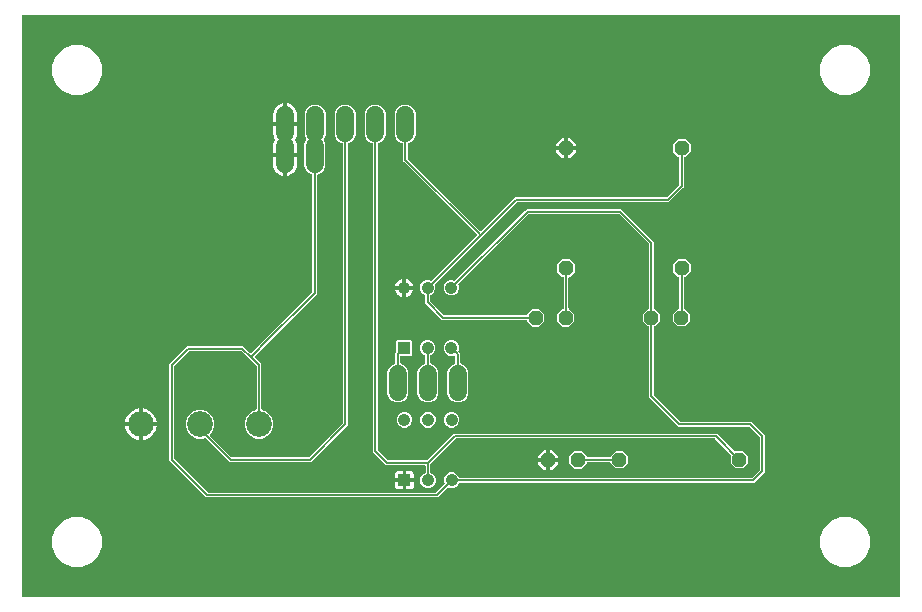
<source format=gbr>
G04 EAGLE Gerber RS-274X export*
G75*
%MOMM*%
%FSLAX34Y34*%
%LPD*%
%INBottom Copper*%
%IPPOS*%
%AMOC8*
5,1,8,0,0,1.08239X$1,22.5*%
G01*
%ADD10P,1.319650X8X22.500000*%
%ADD11P,1.319650X8X202.500000*%
%ADD12R,1.050000X1.050000*%
%ADD13C,1.050000*%
%ADD14P,1.319650X8X112.500000*%
%ADD15C,1.524000*%
%ADD16C,2.184400*%
%ADD17P,1.319650X8X292.500000*%
%ADD18C,0.152400*%

G36*
X745956Y3306D02*
X745956Y3306D01*
X745975Y3304D01*
X746077Y3326D01*
X746179Y3342D01*
X746196Y3352D01*
X746216Y3356D01*
X746305Y3409D01*
X746396Y3458D01*
X746410Y3472D01*
X746427Y3482D01*
X746494Y3561D01*
X746566Y3636D01*
X746574Y3654D01*
X746587Y3669D01*
X746626Y3765D01*
X746669Y3859D01*
X746671Y3879D01*
X746679Y3897D01*
X746697Y4064D01*
X746697Y495936D01*
X746694Y495956D01*
X746696Y495975D01*
X746674Y496077D01*
X746658Y496179D01*
X746648Y496196D01*
X746644Y496216D01*
X746591Y496305D01*
X746542Y496396D01*
X746528Y496410D01*
X746518Y496427D01*
X746439Y496494D01*
X746364Y496566D01*
X746346Y496574D01*
X746331Y496587D01*
X746235Y496626D01*
X746141Y496669D01*
X746121Y496671D01*
X746103Y496679D01*
X745936Y496697D01*
X4064Y496697D01*
X4044Y496694D01*
X4025Y496696D01*
X3923Y496674D01*
X3821Y496658D01*
X3804Y496648D01*
X3784Y496644D01*
X3695Y496591D01*
X3604Y496542D01*
X3590Y496528D01*
X3573Y496518D01*
X3506Y496439D01*
X3434Y496364D01*
X3426Y496346D01*
X3413Y496331D01*
X3374Y496235D01*
X3331Y496141D01*
X3329Y496121D01*
X3321Y496103D01*
X3303Y495936D01*
X3303Y4064D01*
X3306Y4044D01*
X3304Y4025D01*
X3326Y3923D01*
X3342Y3821D01*
X3352Y3804D01*
X3356Y3784D01*
X3409Y3695D01*
X3458Y3604D01*
X3472Y3590D01*
X3482Y3573D01*
X3561Y3506D01*
X3636Y3434D01*
X3654Y3426D01*
X3669Y3413D01*
X3765Y3374D01*
X3859Y3331D01*
X3879Y3329D01*
X3897Y3321D01*
X4064Y3303D01*
X745936Y3303D01*
X745956Y3306D01*
G37*
%LPC*%
G36*
X159158Y87967D02*
X159158Y87967D01*
X157744Y89381D01*
X129381Y117744D01*
X127967Y119158D01*
X127967Y200842D01*
X143158Y216033D01*
X190842Y216033D01*
X196462Y210413D01*
X196478Y210401D01*
X196490Y210386D01*
X196578Y210330D01*
X196661Y210269D01*
X196680Y210264D01*
X196697Y210253D01*
X196798Y210228D01*
X196897Y210197D01*
X196916Y210198D01*
X196936Y210193D01*
X197039Y210201D01*
X197142Y210203D01*
X197161Y210210D01*
X197181Y210212D01*
X197276Y210252D01*
X197373Y210288D01*
X197389Y210300D01*
X197407Y210308D01*
X197538Y210413D01*
X249044Y261919D01*
X249097Y261993D01*
X249157Y262062D01*
X249169Y262093D01*
X249188Y262119D01*
X249215Y262206D01*
X249249Y262291D01*
X249253Y262332D01*
X249260Y262354D01*
X249259Y262386D01*
X249267Y262457D01*
X249267Y360790D01*
X249248Y360905D01*
X249231Y361021D01*
X249229Y361027D01*
X249228Y361033D01*
X249173Y361135D01*
X249120Y361240D01*
X249115Y361245D01*
X249112Y361250D01*
X249028Y361330D01*
X248944Y361413D01*
X248938Y361416D01*
X248934Y361420D01*
X248917Y361427D01*
X248797Y361493D01*
X246264Y362543D01*
X243763Y365044D01*
X242409Y368312D01*
X242409Y387088D01*
X243763Y390356D01*
X243905Y390498D01*
X243973Y390593D01*
X244042Y390687D01*
X244044Y390693D01*
X244048Y390698D01*
X244082Y390809D01*
X244119Y390920D01*
X244119Y390927D01*
X244120Y390933D01*
X244117Y391049D01*
X244116Y391166D01*
X244114Y391174D01*
X244114Y391179D01*
X244108Y391196D01*
X244070Y391328D01*
X242709Y394612D01*
X242709Y413388D01*
X244063Y416656D01*
X246564Y419157D01*
X249832Y420511D01*
X253368Y420511D01*
X256636Y419157D01*
X259137Y416656D01*
X260491Y413388D01*
X260491Y394612D01*
X259137Y391344D01*
X258995Y391202D01*
X258927Y391107D01*
X258858Y391013D01*
X258856Y391007D01*
X258852Y391002D01*
X258817Y390889D01*
X258781Y390780D01*
X258781Y390773D01*
X258780Y390767D01*
X258783Y390651D01*
X258784Y390534D01*
X258786Y390526D01*
X258786Y390521D01*
X258792Y390504D01*
X258830Y390372D01*
X260191Y387088D01*
X260191Y368312D01*
X258837Y365044D01*
X256336Y362543D01*
X253803Y361493D01*
X253703Y361432D01*
X253603Y361372D01*
X253599Y361367D01*
X253594Y361364D01*
X253519Y361274D01*
X253443Y361185D01*
X253441Y361179D01*
X253437Y361174D01*
X253395Y361066D01*
X253351Y360957D01*
X253350Y360949D01*
X253349Y360945D01*
X253348Y360926D01*
X253333Y360790D01*
X253333Y260458D01*
X200413Y207538D01*
X200401Y207522D01*
X200386Y207510D01*
X200330Y207422D01*
X200269Y207339D01*
X200264Y207320D01*
X200253Y207303D01*
X200228Y207202D01*
X200197Y207103D01*
X200198Y207084D01*
X200193Y207064D01*
X200201Y206961D01*
X200203Y206858D01*
X200210Y206839D01*
X200212Y206819D01*
X200252Y206724D01*
X200288Y206627D01*
X200300Y206611D01*
X200308Y206593D01*
X200413Y206462D01*
X206033Y200842D01*
X206033Y162864D01*
X206052Y162749D01*
X206069Y162633D01*
X206071Y162627D01*
X206072Y162621D01*
X206127Y162519D01*
X206180Y162414D01*
X206185Y162409D01*
X206188Y162404D01*
X206272Y162324D01*
X206356Y162242D01*
X206362Y162238D01*
X206366Y162234D01*
X206383Y162227D01*
X206503Y162161D01*
X210907Y160336D01*
X214336Y156907D01*
X216193Y152425D01*
X216193Y147575D01*
X214336Y143093D01*
X210907Y139664D01*
X206425Y137807D01*
X201575Y137807D01*
X197093Y139664D01*
X193664Y143093D01*
X191807Y147575D01*
X191807Y152425D01*
X193664Y156907D01*
X197093Y160336D01*
X201497Y162161D01*
X201597Y162222D01*
X201697Y162282D01*
X201701Y162287D01*
X201706Y162290D01*
X201781Y162380D01*
X201857Y162469D01*
X201859Y162475D01*
X201863Y162480D01*
X201905Y162588D01*
X201949Y162697D01*
X201950Y162705D01*
X201951Y162709D01*
X201952Y162728D01*
X201967Y162864D01*
X201967Y198843D01*
X201953Y198933D01*
X201945Y199024D01*
X201933Y199053D01*
X201928Y199085D01*
X201885Y199166D01*
X201849Y199250D01*
X201823Y199282D01*
X201812Y199303D01*
X201789Y199325D01*
X201744Y199381D01*
X189381Y211744D01*
X189307Y211797D01*
X189238Y211857D01*
X189207Y211869D01*
X189181Y211888D01*
X189094Y211915D01*
X189009Y211949D01*
X188968Y211953D01*
X188946Y211960D01*
X188914Y211959D01*
X188843Y211967D01*
X145157Y211967D01*
X145067Y211953D01*
X144976Y211945D01*
X144947Y211933D01*
X144915Y211928D01*
X144834Y211885D01*
X144750Y211849D01*
X144718Y211823D01*
X144697Y211812D01*
X144675Y211789D01*
X144619Y211744D01*
X132256Y199381D01*
X132203Y199307D01*
X132143Y199238D01*
X132131Y199207D01*
X132112Y199181D01*
X132085Y199094D01*
X132051Y199009D01*
X132047Y198968D01*
X132040Y198946D01*
X132041Y198914D01*
X132033Y198843D01*
X132033Y121157D01*
X132047Y121067D01*
X132055Y120976D01*
X132067Y120947D01*
X132072Y120915D01*
X132115Y120834D01*
X132151Y120750D01*
X132177Y120718D01*
X132188Y120697D01*
X132211Y120675D01*
X132256Y120619D01*
X160619Y92256D01*
X160693Y92203D01*
X160762Y92143D01*
X160793Y92131D01*
X160819Y92112D01*
X160906Y92085D01*
X160991Y92051D01*
X161032Y92047D01*
X161054Y92040D01*
X161086Y92041D01*
X161157Y92033D01*
X353343Y92033D01*
X353433Y92047D01*
X353524Y92055D01*
X353553Y92067D01*
X353585Y92072D01*
X353666Y92115D01*
X353750Y92151D01*
X353782Y92177D01*
X353803Y92188D01*
X353825Y92211D01*
X353881Y92256D01*
X360908Y99282D01*
X360976Y99378D01*
X361046Y99471D01*
X361047Y99477D01*
X361051Y99482D01*
X361086Y99594D01*
X361122Y99705D01*
X361122Y99711D01*
X361124Y99717D01*
X361120Y99834D01*
X361119Y99951D01*
X361117Y99958D01*
X361117Y99963D01*
X361111Y99980D01*
X361073Y100112D01*
X360579Y101303D01*
X360579Y103897D01*
X361572Y106294D01*
X363406Y108128D01*
X365803Y109121D01*
X368397Y109121D01*
X370794Y108128D01*
X372628Y106294D01*
X373121Y105103D01*
X373183Y105003D01*
X373243Y104903D01*
X373248Y104899D01*
X373251Y104894D01*
X373342Y104819D01*
X373430Y104743D01*
X373436Y104741D01*
X373440Y104737D01*
X373549Y104695D01*
X373658Y104651D01*
X373665Y104650D01*
X373670Y104649D01*
X373688Y104648D01*
X373825Y104633D01*
X621443Y104633D01*
X621533Y104647D01*
X621624Y104655D01*
X621653Y104667D01*
X621685Y104672D01*
X621766Y104715D01*
X621850Y104751D01*
X621882Y104777D01*
X621903Y104788D01*
X621925Y104811D01*
X621981Y104856D01*
X627744Y110619D01*
X627797Y110693D01*
X627857Y110762D01*
X627869Y110793D01*
X627888Y110819D01*
X627915Y110906D01*
X627949Y110991D01*
X627953Y111032D01*
X627960Y111054D01*
X627959Y111086D01*
X627967Y111157D01*
X627967Y138843D01*
X627953Y138933D01*
X627945Y139024D01*
X627933Y139053D01*
X627928Y139085D01*
X627885Y139166D01*
X627849Y139250D01*
X627823Y139282D01*
X627812Y139303D01*
X627789Y139325D01*
X627744Y139381D01*
X619381Y147744D01*
X619307Y147797D01*
X619238Y147857D01*
X619207Y147869D01*
X619181Y147888D01*
X619094Y147915D01*
X619009Y147949D01*
X618968Y147953D01*
X618946Y147960D01*
X618914Y147959D01*
X618843Y147967D01*
X559158Y147967D01*
X534267Y172858D01*
X534267Y232072D01*
X534264Y232092D01*
X534266Y232111D01*
X534244Y232213D01*
X534228Y232315D01*
X534218Y232332D01*
X534214Y232352D01*
X534161Y232441D01*
X534112Y232532D01*
X534098Y232546D01*
X534088Y232563D01*
X534009Y232630D01*
X533934Y232702D01*
X533916Y232710D01*
X533901Y232723D01*
X533805Y232762D01*
X533711Y232805D01*
X533691Y232807D01*
X533673Y232815D01*
X533506Y232833D01*
X533249Y232833D01*
X528933Y237149D01*
X528933Y243251D01*
X533249Y247567D01*
X533506Y247567D01*
X533526Y247570D01*
X533545Y247568D01*
X533647Y247590D01*
X533749Y247606D01*
X533766Y247616D01*
X533786Y247620D01*
X533875Y247673D01*
X533966Y247722D01*
X533980Y247736D01*
X533997Y247746D01*
X534064Y247825D01*
X534136Y247900D01*
X534144Y247918D01*
X534157Y247933D01*
X534196Y248029D01*
X534239Y248123D01*
X534241Y248143D01*
X534249Y248161D01*
X534267Y248328D01*
X534267Y302543D01*
X534253Y302633D01*
X534245Y302724D01*
X534233Y302753D01*
X534228Y302785D01*
X534185Y302866D01*
X534149Y302950D01*
X534123Y302982D01*
X534112Y303003D01*
X534089Y303025D01*
X534044Y303081D01*
X509381Y327744D01*
X509307Y327797D01*
X509238Y327857D01*
X509207Y327869D01*
X509181Y327888D01*
X509094Y327915D01*
X509009Y327949D01*
X508968Y327953D01*
X508946Y327960D01*
X508914Y327959D01*
X508843Y327967D01*
X432557Y327967D01*
X432467Y327953D01*
X432376Y327945D01*
X432347Y327933D01*
X432315Y327928D01*
X432234Y327885D01*
X432150Y327849D01*
X432118Y327823D01*
X432097Y327812D01*
X432075Y327789D01*
X432019Y327744D01*
X373092Y268818D01*
X373024Y268723D01*
X372954Y268629D01*
X372952Y268623D01*
X372949Y268618D01*
X372915Y268507D01*
X372878Y268395D01*
X372878Y268389D01*
X372876Y268383D01*
X372880Y268266D01*
X372881Y268149D01*
X372883Y268142D01*
X372883Y268137D01*
X372889Y268119D01*
X372927Y267988D01*
X373421Y266797D01*
X373421Y264203D01*
X372428Y261806D01*
X370594Y259972D01*
X368197Y258979D01*
X365603Y258979D01*
X363206Y259972D01*
X361372Y261806D01*
X360379Y264203D01*
X360379Y266797D01*
X361372Y269194D01*
X363206Y271028D01*
X365603Y272021D01*
X368197Y272021D01*
X369388Y271527D01*
X369502Y271501D01*
X369615Y271472D01*
X369621Y271473D01*
X369628Y271471D01*
X369744Y271482D01*
X369860Y271491D01*
X369866Y271494D01*
X369872Y271494D01*
X369980Y271542D01*
X370087Y271588D01*
X370092Y271592D01*
X370097Y271594D01*
X370111Y271607D01*
X370218Y271692D01*
X429144Y330619D01*
X430558Y332033D01*
X510842Y332033D01*
X538333Y304542D01*
X538333Y248328D01*
X538336Y248308D01*
X538334Y248289D01*
X538356Y248187D01*
X538372Y248085D01*
X538382Y248068D01*
X538386Y248048D01*
X538439Y247959D01*
X538488Y247868D01*
X538502Y247854D01*
X538512Y247837D01*
X538591Y247770D01*
X538666Y247698D01*
X538684Y247690D01*
X538699Y247677D01*
X538795Y247638D01*
X538889Y247595D01*
X538909Y247593D01*
X538927Y247585D01*
X539094Y247567D01*
X539351Y247567D01*
X543667Y243251D01*
X543667Y237149D01*
X539351Y232833D01*
X539094Y232833D01*
X539074Y232830D01*
X539055Y232832D01*
X538953Y232810D01*
X538851Y232794D01*
X538834Y232784D01*
X538814Y232780D01*
X538725Y232727D01*
X538634Y232678D01*
X538620Y232664D01*
X538603Y232654D01*
X538536Y232575D01*
X538464Y232500D01*
X538456Y232482D01*
X538443Y232467D01*
X538404Y232371D01*
X538361Y232277D01*
X538359Y232257D01*
X538351Y232239D01*
X538333Y232072D01*
X538333Y174857D01*
X538347Y174767D01*
X538355Y174676D01*
X538367Y174647D01*
X538372Y174615D01*
X538415Y174534D01*
X538451Y174450D01*
X538477Y174418D01*
X538488Y174397D01*
X538511Y174375D01*
X538556Y174319D01*
X560619Y152256D01*
X560693Y152203D01*
X560762Y152143D01*
X560793Y152131D01*
X560819Y152112D01*
X560906Y152085D01*
X560991Y152051D01*
X561032Y152047D01*
X561054Y152040D01*
X561086Y152041D01*
X561157Y152033D01*
X620842Y152033D01*
X632033Y140842D01*
X632033Y109158D01*
X623442Y100567D01*
X373825Y100567D01*
X373710Y100548D01*
X373594Y100531D01*
X373588Y100529D01*
X373582Y100528D01*
X373479Y100473D01*
X373374Y100420D01*
X373370Y100415D01*
X373365Y100412D01*
X373285Y100328D01*
X373202Y100244D01*
X373199Y100238D01*
X373195Y100234D01*
X373187Y100217D01*
X373121Y100097D01*
X372628Y98906D01*
X370794Y97072D01*
X368397Y96079D01*
X365803Y96079D01*
X364612Y96573D01*
X364498Y96599D01*
X364385Y96628D01*
X364379Y96627D01*
X364372Y96629D01*
X364256Y96618D01*
X364140Y96609D01*
X364134Y96606D01*
X364128Y96606D01*
X364020Y96558D01*
X363913Y96512D01*
X363908Y96508D01*
X363903Y96506D01*
X363889Y96493D01*
X363782Y96408D01*
X356756Y89381D01*
X355342Y87967D01*
X159158Y87967D01*
G37*
%LPD*%
%LPC*%
G36*
X345803Y96079D02*
X345803Y96079D01*
X343406Y97072D01*
X341572Y98906D01*
X340579Y101303D01*
X340579Y103897D01*
X341572Y106294D01*
X343406Y108128D01*
X344597Y108621D01*
X344697Y108683D01*
X344797Y108743D01*
X344801Y108748D01*
X344806Y108751D01*
X344881Y108842D01*
X344957Y108930D01*
X344959Y108936D01*
X344963Y108940D01*
X345005Y109049D01*
X345049Y109158D01*
X345050Y109165D01*
X345051Y109170D01*
X345052Y109188D01*
X345067Y109325D01*
X345067Y114606D01*
X345064Y114626D01*
X345066Y114645D01*
X345044Y114747D01*
X345028Y114849D01*
X345018Y114866D01*
X345014Y114886D01*
X344961Y114975D01*
X344912Y115066D01*
X344898Y115080D01*
X344888Y115097D01*
X344809Y115164D01*
X344734Y115236D01*
X344716Y115244D01*
X344701Y115257D01*
X344605Y115296D01*
X344511Y115339D01*
X344491Y115341D01*
X344473Y115349D01*
X344306Y115367D01*
X311758Y115367D01*
X300367Y126758D01*
X300367Y387090D01*
X300348Y387205D01*
X300331Y387321D01*
X300329Y387327D01*
X300328Y387333D01*
X300273Y387435D01*
X300220Y387540D01*
X300215Y387545D01*
X300212Y387550D01*
X300128Y387630D01*
X300044Y387713D01*
X300038Y387716D01*
X300034Y387720D01*
X300017Y387727D01*
X299897Y387793D01*
X297364Y388843D01*
X294863Y391344D01*
X293509Y394612D01*
X293509Y413388D01*
X294863Y416656D01*
X297364Y419157D01*
X300632Y420511D01*
X304168Y420511D01*
X307436Y419157D01*
X309937Y416656D01*
X311291Y413388D01*
X311291Y394612D01*
X309937Y391344D01*
X307436Y388843D01*
X304903Y387793D01*
X304803Y387732D01*
X304703Y387672D01*
X304699Y387667D01*
X304694Y387664D01*
X304619Y387574D01*
X304543Y387485D01*
X304541Y387479D01*
X304537Y387474D01*
X304495Y387366D01*
X304451Y387257D01*
X304450Y387249D01*
X304449Y387245D01*
X304448Y387226D01*
X304433Y387090D01*
X304433Y128757D01*
X304447Y128667D01*
X304455Y128576D01*
X304467Y128547D01*
X304472Y128515D01*
X304515Y128434D01*
X304551Y128350D01*
X304577Y128318D01*
X304588Y128297D01*
X304611Y128275D01*
X304656Y128219D01*
X313219Y119656D01*
X313293Y119603D01*
X313362Y119543D01*
X313393Y119531D01*
X313419Y119512D01*
X313506Y119485D01*
X313591Y119451D01*
X313632Y119447D01*
X313654Y119440D01*
X313686Y119441D01*
X313757Y119433D01*
X345943Y119433D01*
X346033Y119447D01*
X346124Y119455D01*
X346153Y119467D01*
X346185Y119472D01*
X346266Y119515D01*
X346350Y119551D01*
X346382Y119577D01*
X346403Y119588D01*
X346425Y119611D01*
X346481Y119656D01*
X367444Y140619D01*
X368858Y142033D01*
X591642Y142033D01*
X593056Y140619D01*
X606490Y127185D01*
X606506Y127173D01*
X606519Y127158D01*
X606606Y127101D01*
X606690Y127041D01*
X606709Y127035D01*
X606726Y127025D01*
X606826Y126999D01*
X606925Y126969D01*
X606945Y126969D01*
X606964Y126964D01*
X607067Y126972D01*
X607171Y126975D01*
X607189Y126982D01*
X607209Y126984D01*
X607304Y127024D01*
X607402Y127060D01*
X607417Y127072D01*
X607436Y127080D01*
X607567Y127185D01*
X607749Y127367D01*
X613851Y127367D01*
X618167Y123051D01*
X618167Y116949D01*
X613851Y112633D01*
X607749Y112633D01*
X603433Y116949D01*
X603433Y123051D01*
X603615Y123233D01*
X603627Y123250D01*
X603642Y123262D01*
X603699Y123349D01*
X603759Y123433D01*
X603765Y123452D01*
X603775Y123469D01*
X603801Y123569D01*
X603831Y123668D01*
X603831Y123688D01*
X603836Y123707D01*
X603828Y123810D01*
X603825Y123914D01*
X603818Y123933D01*
X603816Y123953D01*
X603776Y124047D01*
X603740Y124145D01*
X603728Y124161D01*
X603720Y124179D01*
X603615Y124310D01*
X590181Y137744D01*
X590107Y137797D01*
X590038Y137857D01*
X590007Y137869D01*
X589981Y137888D01*
X589894Y137915D01*
X589809Y137949D01*
X589768Y137953D01*
X589746Y137960D01*
X589714Y137959D01*
X589643Y137967D01*
X370857Y137967D01*
X370767Y137953D01*
X370676Y137945D01*
X370647Y137933D01*
X370615Y137928D01*
X370534Y137885D01*
X370450Y137849D01*
X370418Y137823D01*
X370397Y137812D01*
X370375Y137789D01*
X370319Y137744D01*
X349356Y116781D01*
X349303Y116707D01*
X349243Y116638D01*
X349231Y116607D01*
X349212Y116581D01*
X349185Y116494D01*
X349151Y116409D01*
X349147Y116368D01*
X349140Y116346D01*
X349141Y116314D01*
X349133Y116243D01*
X349133Y109325D01*
X349152Y109210D01*
X349169Y109094D01*
X349171Y109088D01*
X349172Y109082D01*
X349227Y108979D01*
X349280Y108874D01*
X349285Y108870D01*
X349288Y108865D01*
X349372Y108785D01*
X349456Y108702D01*
X349462Y108699D01*
X349466Y108695D01*
X349483Y108687D01*
X349603Y108621D01*
X350794Y108128D01*
X352628Y106294D01*
X353621Y103897D01*
X353621Y101303D01*
X352628Y98906D01*
X350794Y97072D01*
X348397Y96079D01*
X345803Y96079D01*
G37*
%LPD*%
%LPC*%
G36*
X435149Y232633D02*
X435149Y232633D01*
X430833Y236949D01*
X430833Y237206D01*
X430830Y237226D01*
X430832Y237245D01*
X430810Y237347D01*
X430794Y237449D01*
X430784Y237466D01*
X430780Y237486D01*
X430727Y237575D01*
X430678Y237666D01*
X430664Y237680D01*
X430654Y237697D01*
X430575Y237764D01*
X430500Y237836D01*
X430482Y237844D01*
X430467Y237857D01*
X430371Y237896D01*
X430277Y237939D01*
X430257Y237941D01*
X430239Y237949D01*
X430072Y237967D01*
X359158Y237967D01*
X344867Y252258D01*
X344867Y258775D01*
X344848Y258890D01*
X344831Y259006D01*
X344829Y259012D01*
X344828Y259018D01*
X344773Y259121D01*
X344720Y259226D01*
X344715Y259230D01*
X344712Y259235D01*
X344628Y259315D01*
X344544Y259398D01*
X344538Y259401D01*
X344534Y259405D01*
X344517Y259413D01*
X344397Y259479D01*
X343206Y259972D01*
X341372Y261806D01*
X340379Y264203D01*
X340379Y266797D01*
X341372Y269194D01*
X343206Y271028D01*
X345603Y272021D01*
X348197Y272021D01*
X349388Y271527D01*
X349502Y271501D01*
X349615Y271472D01*
X349621Y271473D01*
X349628Y271471D01*
X349744Y271482D01*
X349860Y271491D01*
X349866Y271494D01*
X349872Y271494D01*
X349980Y271542D01*
X350087Y271588D01*
X350093Y271592D01*
X350097Y271594D01*
X350111Y271607D01*
X350218Y271692D01*
X388187Y309662D01*
X388199Y309678D01*
X388214Y309690D01*
X388270Y309778D01*
X388331Y309861D01*
X388336Y309880D01*
X388347Y309897D01*
X388372Y309998D01*
X388403Y310097D01*
X388402Y310116D01*
X388407Y310136D01*
X388399Y310239D01*
X388397Y310342D01*
X388390Y310361D01*
X388388Y310381D01*
X388348Y310476D01*
X388312Y310573D01*
X388300Y310589D01*
X388292Y310607D01*
X388187Y310738D01*
X325767Y373158D01*
X325767Y387090D01*
X325748Y387205D01*
X325731Y387321D01*
X325729Y387327D01*
X325728Y387333D01*
X325673Y387435D01*
X325620Y387540D01*
X325615Y387545D01*
X325612Y387550D01*
X325528Y387630D01*
X325444Y387713D01*
X325438Y387716D01*
X325434Y387720D01*
X325417Y387727D01*
X325297Y387793D01*
X322764Y388843D01*
X320263Y391344D01*
X318909Y394612D01*
X318909Y413388D01*
X320263Y416656D01*
X322764Y419157D01*
X326032Y420511D01*
X329568Y420511D01*
X332836Y419157D01*
X335337Y416656D01*
X336691Y413388D01*
X336691Y394612D01*
X335337Y391344D01*
X332836Y388843D01*
X330303Y387793D01*
X330203Y387732D01*
X330103Y387672D01*
X330099Y387667D01*
X330094Y387664D01*
X330019Y387574D01*
X329943Y387485D01*
X329941Y387479D01*
X329937Y387474D01*
X329895Y387366D01*
X329851Y387257D01*
X329850Y387249D01*
X329849Y387245D01*
X329848Y387226D01*
X329833Y387090D01*
X329833Y375157D01*
X329847Y375067D01*
X329855Y374976D01*
X329867Y374947D01*
X329872Y374915D01*
X329915Y374834D01*
X329951Y374750D01*
X329977Y374718D01*
X329988Y374697D01*
X330011Y374675D01*
X330056Y374619D01*
X391062Y313613D01*
X391078Y313601D01*
X391090Y313586D01*
X391178Y313530D01*
X391261Y313469D01*
X391280Y313464D01*
X391297Y313453D01*
X391398Y313428D01*
X391497Y313397D01*
X391516Y313398D01*
X391536Y313393D01*
X391639Y313401D01*
X391742Y313403D01*
X391761Y313410D01*
X391781Y313412D01*
X391876Y313452D01*
X391973Y313488D01*
X391989Y313500D01*
X392007Y313508D01*
X392138Y313613D01*
X420558Y342033D01*
X548843Y342033D01*
X548933Y342047D01*
X549024Y342055D01*
X549053Y342067D01*
X549085Y342072D01*
X549166Y342115D01*
X549250Y342151D01*
X549282Y342177D01*
X549303Y342188D01*
X549325Y342211D01*
X549328Y342213D01*
X549329Y342214D01*
X549331Y342215D01*
X549381Y342256D01*
X559744Y352619D01*
X559797Y352693D01*
X559857Y352762D01*
X559869Y352793D01*
X559888Y352819D01*
X559915Y352906D01*
X559949Y352991D01*
X559953Y353032D01*
X559960Y353054D01*
X559959Y353086D01*
X559967Y353157D01*
X559967Y375672D01*
X559964Y375692D01*
X559966Y375711D01*
X559944Y375813D01*
X559928Y375915D01*
X559918Y375932D01*
X559914Y375952D01*
X559861Y376041D01*
X559812Y376132D01*
X559798Y376146D01*
X559788Y376163D01*
X559709Y376230D01*
X559634Y376302D01*
X559616Y376310D01*
X559601Y376323D01*
X559505Y376362D01*
X559411Y376405D01*
X559391Y376407D01*
X559373Y376415D01*
X559206Y376433D01*
X558949Y376433D01*
X554633Y380749D01*
X554633Y386851D01*
X558949Y391167D01*
X565051Y391167D01*
X569367Y386851D01*
X569367Y380749D01*
X565051Y376433D01*
X564794Y376433D01*
X564774Y376430D01*
X564755Y376432D01*
X564653Y376410D01*
X564551Y376394D01*
X564534Y376384D01*
X564514Y376380D01*
X564425Y376327D01*
X564334Y376278D01*
X564320Y376264D01*
X564303Y376254D01*
X564236Y376175D01*
X564164Y376100D01*
X564156Y376082D01*
X564143Y376067D01*
X564104Y375971D01*
X564061Y375877D01*
X564059Y375857D01*
X564051Y375839D01*
X564033Y375672D01*
X564033Y351158D01*
X562619Y349744D01*
X552256Y339381D01*
X550842Y337967D01*
X422557Y337967D01*
X422467Y337953D01*
X422376Y337945D01*
X422347Y337933D01*
X422315Y337928D01*
X422234Y337885D01*
X422150Y337849D01*
X422118Y337823D01*
X422097Y337812D01*
X422075Y337789D01*
X422019Y337744D01*
X353092Y268818D01*
X353025Y268724D01*
X352954Y268629D01*
X352953Y268623D01*
X352949Y268618D01*
X352915Y268507D01*
X352878Y268395D01*
X352878Y268389D01*
X352877Y268383D01*
X352880Y268266D01*
X352881Y268149D01*
X352883Y268142D01*
X352883Y268137D01*
X352889Y268119D01*
X352927Y267988D01*
X353421Y266797D01*
X353421Y264203D01*
X352428Y261806D01*
X350594Y259972D01*
X349403Y259479D01*
X349303Y259417D01*
X349203Y259357D01*
X349199Y259352D01*
X349194Y259349D01*
X349119Y259258D01*
X349043Y259170D01*
X349041Y259164D01*
X349037Y259160D01*
X348995Y259051D01*
X348951Y258942D01*
X348950Y258935D01*
X348949Y258930D01*
X348948Y258912D01*
X348933Y258775D01*
X348933Y254257D01*
X348947Y254167D01*
X348955Y254076D01*
X348967Y254047D01*
X348972Y254015D01*
X349015Y253934D01*
X349051Y253850D01*
X349077Y253818D01*
X349088Y253797D01*
X349111Y253775D01*
X349156Y253719D01*
X360619Y242256D01*
X360693Y242203D01*
X360762Y242143D01*
X360793Y242131D01*
X360819Y242112D01*
X360906Y242085D01*
X360991Y242051D01*
X361032Y242047D01*
X361054Y242040D01*
X361086Y242041D01*
X361157Y242033D01*
X430072Y242033D01*
X430092Y242036D01*
X430111Y242034D01*
X430213Y242056D01*
X430315Y242072D01*
X430332Y242082D01*
X430352Y242086D01*
X430441Y242139D01*
X430532Y242188D01*
X430546Y242202D01*
X430563Y242212D01*
X430630Y242291D01*
X430702Y242366D01*
X430710Y242384D01*
X430723Y242399D01*
X430762Y242495D01*
X430805Y242589D01*
X430807Y242609D01*
X430815Y242627D01*
X430833Y242794D01*
X430833Y243051D01*
X435149Y247367D01*
X441251Y247367D01*
X445567Y243051D01*
X445567Y236949D01*
X441251Y232633D01*
X435149Y232633D01*
G37*
%LPD*%
%LPC*%
G36*
X179158Y117967D02*
X179158Y117967D01*
X158830Y138295D01*
X158736Y138363D01*
X158642Y138433D01*
X158636Y138435D01*
X158631Y138438D01*
X158520Y138473D01*
X158408Y138509D01*
X158402Y138509D01*
X158396Y138511D01*
X158279Y138508D01*
X158162Y138507D01*
X158155Y138505D01*
X158150Y138504D01*
X158132Y138498D01*
X158001Y138460D01*
X156425Y137807D01*
X151575Y137807D01*
X147093Y139664D01*
X143664Y143093D01*
X141807Y147575D01*
X141807Y152425D01*
X143664Y156907D01*
X147093Y160336D01*
X151575Y162193D01*
X156425Y162193D01*
X160907Y160336D01*
X164336Y156907D01*
X166193Y152425D01*
X166193Y147575D01*
X164336Y143093D01*
X162597Y141354D01*
X162586Y141338D01*
X162570Y141325D01*
X162514Y141238D01*
X162454Y141154D01*
X162448Y141135D01*
X162437Y141119D01*
X162412Y141018D01*
X162381Y140919D01*
X162382Y140899D01*
X162377Y140880D01*
X162385Y140777D01*
X162388Y140673D01*
X162395Y140655D01*
X162396Y140635D01*
X162436Y140540D01*
X162472Y140442D01*
X162485Y140427D01*
X162492Y140408D01*
X162597Y140278D01*
X180619Y122256D01*
X180693Y122203D01*
X180762Y122143D01*
X180793Y122131D01*
X180819Y122112D01*
X180906Y122085D01*
X180991Y122051D01*
X181032Y122047D01*
X181054Y122040D01*
X181086Y122041D01*
X181157Y122033D01*
X245843Y122033D01*
X245933Y122047D01*
X246024Y122055D01*
X246053Y122067D01*
X246085Y122072D01*
X246166Y122115D01*
X246250Y122151D01*
X246282Y122177D01*
X246303Y122188D01*
X246325Y122211D01*
X246328Y122213D01*
X246330Y122215D01*
X246381Y122256D01*
X274744Y150619D01*
X274797Y150693D01*
X274857Y150762D01*
X274869Y150793D01*
X274888Y150819D01*
X274915Y150906D01*
X274949Y150991D01*
X274953Y151032D01*
X274960Y151054D01*
X274959Y151086D01*
X274967Y151157D01*
X274967Y387090D01*
X274948Y387205D01*
X274931Y387321D01*
X274929Y387327D01*
X274928Y387333D01*
X274873Y387435D01*
X274820Y387540D01*
X274815Y387545D01*
X274812Y387550D01*
X274728Y387630D01*
X274644Y387713D01*
X274638Y387716D01*
X274634Y387720D01*
X274617Y387727D01*
X274497Y387793D01*
X271964Y388843D01*
X269463Y391344D01*
X268109Y394612D01*
X268109Y413388D01*
X269463Y416656D01*
X271964Y419157D01*
X275232Y420511D01*
X278768Y420511D01*
X282036Y419157D01*
X284537Y416656D01*
X285891Y413388D01*
X285891Y394612D01*
X284537Y391344D01*
X282036Y388843D01*
X279503Y387793D01*
X279403Y387732D01*
X279303Y387672D01*
X279299Y387667D01*
X279294Y387664D01*
X279219Y387574D01*
X279143Y387485D01*
X279141Y387479D01*
X279137Y387474D01*
X279095Y387366D01*
X279051Y387257D01*
X279050Y387249D01*
X279049Y387245D01*
X279048Y387226D01*
X279033Y387090D01*
X279033Y149158D01*
X247842Y117967D01*
X179158Y117967D01*
G37*
%LPD*%
%LPC*%
G36*
X695816Y428967D02*
X695816Y428967D01*
X688086Y432169D01*
X682169Y438086D01*
X678967Y445816D01*
X678967Y454184D01*
X682169Y461914D01*
X688086Y467831D01*
X695816Y471033D01*
X704184Y471033D01*
X711914Y467831D01*
X717831Y461914D01*
X721033Y454184D01*
X721033Y445816D01*
X717831Y438086D01*
X711914Y432169D01*
X704184Y428967D01*
X695816Y428967D01*
G37*
%LPD*%
%LPC*%
G36*
X45816Y428967D02*
X45816Y428967D01*
X38086Y432169D01*
X32169Y438086D01*
X28967Y445816D01*
X28967Y454184D01*
X32169Y461914D01*
X38086Y467831D01*
X45816Y471033D01*
X54184Y471033D01*
X61914Y467831D01*
X67831Y461914D01*
X71033Y454184D01*
X71033Y445816D01*
X67831Y438086D01*
X61914Y432169D01*
X54184Y428967D01*
X45816Y428967D01*
G37*
%LPD*%
%LPC*%
G36*
X695816Y28967D02*
X695816Y28967D01*
X688086Y32169D01*
X682169Y38086D01*
X678967Y45816D01*
X678967Y54184D01*
X682169Y61914D01*
X688086Y67831D01*
X695816Y71033D01*
X704184Y71033D01*
X711914Y67831D01*
X717831Y61914D01*
X721033Y54184D01*
X721033Y45816D01*
X717831Y38086D01*
X711914Y32169D01*
X704184Y28967D01*
X695816Y28967D01*
G37*
%LPD*%
%LPC*%
G36*
X45816Y28967D02*
X45816Y28967D01*
X38086Y32169D01*
X32169Y38086D01*
X28967Y45816D01*
X28967Y54184D01*
X32169Y61914D01*
X38086Y67831D01*
X45816Y71033D01*
X54184Y71033D01*
X61914Y67831D01*
X67831Y61914D01*
X71033Y54184D01*
X71033Y45816D01*
X67831Y38086D01*
X61914Y32169D01*
X54184Y28967D01*
X45816Y28967D01*
G37*
%LPD*%
%LPC*%
G36*
X319832Y168489D02*
X319832Y168489D01*
X316564Y169843D01*
X314063Y172344D01*
X312709Y175612D01*
X312709Y194388D01*
X314063Y197656D01*
X316564Y200157D01*
X319097Y201207D01*
X319197Y201268D01*
X319297Y201328D01*
X319301Y201333D01*
X319306Y201336D01*
X319381Y201426D01*
X319457Y201515D01*
X319459Y201521D01*
X319463Y201526D01*
X319505Y201634D01*
X319549Y201743D01*
X319550Y201751D01*
X319551Y201755D01*
X319552Y201774D01*
X319567Y201910D01*
X319567Y210042D01*
X320156Y210631D01*
X320209Y210705D01*
X320269Y210774D01*
X320281Y210805D01*
X320300Y210831D01*
X320327Y210918D01*
X320361Y211003D01*
X320365Y211044D01*
X320372Y211066D01*
X320371Y211098D01*
X320379Y211169D01*
X320379Y220276D01*
X321124Y221021D01*
X332676Y221021D01*
X333421Y220276D01*
X333421Y208724D01*
X332676Y207979D01*
X324394Y207979D01*
X324374Y207976D01*
X324355Y207978D01*
X324253Y207956D01*
X324151Y207940D01*
X324134Y207930D01*
X324114Y207926D01*
X324025Y207873D01*
X323934Y207824D01*
X323920Y207810D01*
X323903Y207800D01*
X323836Y207721D01*
X323764Y207646D01*
X323756Y207628D01*
X323743Y207613D01*
X323704Y207517D01*
X323661Y207423D01*
X323659Y207403D01*
X323651Y207385D01*
X323633Y207218D01*
X323633Y201910D01*
X323652Y201795D01*
X323669Y201679D01*
X323671Y201673D01*
X323672Y201667D01*
X323727Y201565D01*
X323780Y201460D01*
X323785Y201455D01*
X323788Y201450D01*
X323872Y201370D01*
X323956Y201287D01*
X323962Y201284D01*
X323966Y201280D01*
X323983Y201273D01*
X324103Y201207D01*
X326636Y200157D01*
X329137Y197656D01*
X330491Y194388D01*
X330491Y175612D01*
X329137Y172344D01*
X326636Y169843D01*
X323368Y168489D01*
X319832Y168489D01*
G37*
%LPD*%
%LPC*%
G36*
X370632Y168489D02*
X370632Y168489D01*
X367364Y169843D01*
X364863Y172344D01*
X363509Y175612D01*
X363509Y194388D01*
X364863Y197656D01*
X367364Y200157D01*
X369897Y201207D01*
X369997Y201268D01*
X370097Y201328D01*
X370101Y201333D01*
X370106Y201336D01*
X370181Y201426D01*
X370257Y201515D01*
X370259Y201521D01*
X370263Y201526D01*
X370305Y201634D01*
X370349Y201743D01*
X370350Y201751D01*
X370351Y201755D01*
X370352Y201774D01*
X370367Y201910D01*
X370367Y207739D01*
X370360Y207784D01*
X370362Y207830D01*
X370340Y207905D01*
X370328Y207982D01*
X370306Y208022D01*
X370293Y208066D01*
X370249Y208130D01*
X370212Y208199D01*
X370179Y208231D01*
X370153Y208268D01*
X370091Y208315D01*
X370034Y208368D01*
X369992Y208388D01*
X369956Y208415D01*
X369882Y208439D01*
X369811Y208472D01*
X369765Y208477D01*
X369722Y208491D01*
X369644Y208491D01*
X369567Y208499D01*
X369522Y208489D01*
X369476Y208489D01*
X369344Y208451D01*
X369326Y208447D01*
X369322Y208444D01*
X369315Y208442D01*
X368197Y207979D01*
X365603Y207979D01*
X363206Y208972D01*
X361372Y210806D01*
X360379Y213203D01*
X360379Y215797D01*
X361372Y218194D01*
X363206Y220028D01*
X365603Y221021D01*
X368197Y221021D01*
X370594Y220028D01*
X372428Y218194D01*
X373421Y215797D01*
X373421Y213203D01*
X372927Y212012D01*
X372901Y211898D01*
X372872Y211785D01*
X372873Y211779D01*
X372871Y211772D01*
X372882Y211656D01*
X372891Y211540D01*
X372894Y211534D01*
X372894Y211528D01*
X372942Y211420D01*
X372988Y211313D01*
X372992Y211307D01*
X372994Y211303D01*
X373007Y211289D01*
X373092Y211182D01*
X374433Y209842D01*
X374433Y201910D01*
X374452Y201795D01*
X374469Y201679D01*
X374471Y201673D01*
X374472Y201667D01*
X374527Y201565D01*
X374580Y201460D01*
X374585Y201455D01*
X374588Y201450D01*
X374672Y201370D01*
X374756Y201287D01*
X374762Y201284D01*
X374766Y201280D01*
X374783Y201273D01*
X374903Y201207D01*
X377436Y200157D01*
X379937Y197656D01*
X381291Y194388D01*
X381291Y175612D01*
X379937Y172344D01*
X377436Y169843D01*
X374168Y168489D01*
X370632Y168489D01*
G37*
%LPD*%
%LPC*%
G36*
X345232Y168489D02*
X345232Y168489D01*
X341964Y169843D01*
X339463Y172344D01*
X338109Y175612D01*
X338109Y194388D01*
X339463Y197656D01*
X341964Y200157D01*
X344497Y201207D01*
X344597Y201268D01*
X344697Y201328D01*
X344701Y201333D01*
X344706Y201336D01*
X344781Y201426D01*
X344857Y201515D01*
X344859Y201521D01*
X344863Y201526D01*
X344905Y201634D01*
X344949Y201743D01*
X344950Y201751D01*
X344951Y201755D01*
X344952Y201774D01*
X344967Y201910D01*
X344967Y207734D01*
X344948Y207849D01*
X344931Y207965D01*
X344929Y207970D01*
X344928Y207977D01*
X344873Y208079D01*
X344820Y208184D01*
X344815Y208189D01*
X344812Y208194D01*
X344728Y208274D01*
X344644Y208356D01*
X344638Y208360D01*
X344634Y208363D01*
X344617Y208371D01*
X344497Y208437D01*
X343206Y208972D01*
X341372Y210806D01*
X340379Y213203D01*
X340379Y215797D01*
X341372Y218194D01*
X343206Y220028D01*
X345603Y221021D01*
X348197Y221021D01*
X350594Y220028D01*
X352428Y218194D01*
X353421Y215797D01*
X353421Y213203D01*
X352428Y210806D01*
X350594Y208972D01*
X349503Y208520D01*
X349403Y208459D01*
X349303Y208399D01*
X349299Y208394D01*
X349294Y208390D01*
X349219Y208301D01*
X349143Y208212D01*
X349141Y208206D01*
X349137Y208201D01*
X349095Y208093D01*
X349051Y207983D01*
X349050Y207976D01*
X349049Y207971D01*
X349048Y207953D01*
X349033Y207817D01*
X349033Y201910D01*
X349052Y201795D01*
X349069Y201679D01*
X349071Y201673D01*
X349072Y201667D01*
X349127Y201565D01*
X349180Y201460D01*
X349185Y201455D01*
X349188Y201450D01*
X349272Y201370D01*
X349356Y201287D01*
X349362Y201284D01*
X349366Y201280D01*
X349383Y201273D01*
X349503Y201207D01*
X352036Y200157D01*
X354537Y197656D01*
X355891Y194388D01*
X355891Y175612D01*
X354537Y172344D01*
X352036Y169843D01*
X348768Y168489D01*
X345232Y168489D01*
G37*
%LPD*%
%LPC*%
G36*
X460549Y232633D02*
X460549Y232633D01*
X456233Y236949D01*
X456233Y243051D01*
X460549Y247367D01*
X461206Y247367D01*
X461226Y247370D01*
X461245Y247368D01*
X461347Y247390D01*
X461449Y247406D01*
X461466Y247416D01*
X461486Y247420D01*
X461575Y247473D01*
X461666Y247522D01*
X461680Y247536D01*
X461697Y247546D01*
X461764Y247625D01*
X461836Y247700D01*
X461844Y247718D01*
X461857Y247733D01*
X461896Y247829D01*
X461939Y247923D01*
X461941Y247943D01*
X461949Y247961D01*
X461967Y248128D01*
X461967Y274072D01*
X461964Y274092D01*
X461966Y274111D01*
X461944Y274213D01*
X461928Y274315D01*
X461918Y274332D01*
X461914Y274352D01*
X461861Y274441D01*
X461812Y274532D01*
X461798Y274546D01*
X461788Y274563D01*
X461709Y274630D01*
X461634Y274702D01*
X461616Y274710D01*
X461601Y274723D01*
X461505Y274762D01*
X461411Y274805D01*
X461391Y274807D01*
X461373Y274815D01*
X461206Y274833D01*
X460949Y274833D01*
X456633Y279149D01*
X456633Y285251D01*
X460949Y289567D01*
X467051Y289567D01*
X471367Y285251D01*
X471367Y279149D01*
X467051Y274833D01*
X466794Y274833D01*
X466774Y274830D01*
X466755Y274832D01*
X466653Y274810D01*
X466551Y274794D01*
X466534Y274784D01*
X466514Y274780D01*
X466425Y274727D01*
X466334Y274678D01*
X466320Y274664D01*
X466303Y274654D01*
X466236Y274575D01*
X466164Y274500D01*
X466156Y274482D01*
X466143Y274467D01*
X466104Y274371D01*
X466061Y274277D01*
X466059Y274257D01*
X466051Y274239D01*
X466033Y274072D01*
X466033Y248128D01*
X466036Y248108D01*
X466034Y248089D01*
X466056Y247987D01*
X466072Y247885D01*
X466082Y247868D01*
X466086Y247848D01*
X466139Y247759D01*
X466188Y247668D01*
X466202Y247654D01*
X466212Y247637D01*
X466291Y247570D01*
X466366Y247498D01*
X466384Y247490D01*
X466399Y247477D01*
X466495Y247438D01*
X466589Y247395D01*
X466609Y247393D01*
X466627Y247385D01*
X466634Y247384D01*
X470967Y243051D01*
X470967Y236949D01*
X466651Y232633D01*
X460549Y232633D01*
G37*
%LPD*%
%LPC*%
G36*
X558649Y232833D02*
X558649Y232833D01*
X554333Y237149D01*
X554333Y243251D01*
X558649Y247567D01*
X559206Y247567D01*
X559226Y247570D01*
X559245Y247568D01*
X559347Y247590D01*
X559449Y247606D01*
X559466Y247616D01*
X559486Y247620D01*
X559575Y247673D01*
X559666Y247722D01*
X559680Y247736D01*
X559697Y247746D01*
X559764Y247825D01*
X559836Y247900D01*
X559844Y247918D01*
X559857Y247933D01*
X559896Y248029D01*
X559939Y248123D01*
X559941Y248143D01*
X559949Y248161D01*
X559967Y248328D01*
X559967Y274072D01*
X559964Y274092D01*
X559966Y274111D01*
X559944Y274213D01*
X559928Y274315D01*
X559918Y274332D01*
X559914Y274352D01*
X559861Y274441D01*
X559812Y274532D01*
X559798Y274546D01*
X559788Y274563D01*
X559709Y274630D01*
X559634Y274702D01*
X559616Y274710D01*
X559601Y274723D01*
X559505Y274762D01*
X559411Y274805D01*
X559391Y274807D01*
X559373Y274815D01*
X559206Y274833D01*
X558949Y274833D01*
X554633Y279149D01*
X554633Y285251D01*
X558949Y289567D01*
X565051Y289567D01*
X569367Y285251D01*
X569367Y279149D01*
X565051Y274833D01*
X564794Y274833D01*
X564774Y274830D01*
X564755Y274832D01*
X564653Y274810D01*
X564551Y274794D01*
X564534Y274784D01*
X564514Y274780D01*
X564425Y274727D01*
X564334Y274678D01*
X564320Y274664D01*
X564303Y274654D01*
X564236Y274575D01*
X564164Y274500D01*
X564156Y274482D01*
X564143Y274467D01*
X564104Y274371D01*
X564061Y274277D01*
X564059Y274257D01*
X564051Y274239D01*
X564033Y274072D01*
X564033Y248328D01*
X564036Y248308D01*
X564034Y248289D01*
X564056Y248187D01*
X564072Y248085D01*
X564082Y248068D01*
X564086Y248048D01*
X564139Y247959D01*
X564188Y247868D01*
X564202Y247854D01*
X564212Y247837D01*
X564291Y247770D01*
X564366Y247698D01*
X564384Y247690D01*
X564399Y247677D01*
X564495Y247638D01*
X564589Y247595D01*
X564609Y247593D01*
X564627Y247585D01*
X564746Y247572D01*
X569067Y243251D01*
X569067Y237149D01*
X564751Y232833D01*
X558649Y232833D01*
G37*
%LPD*%
%LPC*%
G36*
X470949Y112433D02*
X470949Y112433D01*
X466633Y116749D01*
X466633Y122851D01*
X470949Y127167D01*
X477051Y127167D01*
X481367Y122851D01*
X481367Y122594D01*
X481370Y122574D01*
X481368Y122555D01*
X481390Y122453D01*
X481406Y122351D01*
X481416Y122334D01*
X481420Y122314D01*
X481473Y122225D01*
X481522Y122134D01*
X481536Y122120D01*
X481546Y122103D01*
X481625Y122036D01*
X481700Y121964D01*
X481718Y121956D01*
X481733Y121943D01*
X481829Y121904D01*
X481923Y121861D01*
X481943Y121859D01*
X481961Y121851D01*
X482128Y121833D01*
X501072Y121833D01*
X501092Y121836D01*
X501111Y121834D01*
X501213Y121856D01*
X501315Y121872D01*
X501332Y121882D01*
X501352Y121886D01*
X501441Y121939D01*
X501532Y121988D01*
X501546Y122002D01*
X501563Y122012D01*
X501630Y122091D01*
X501702Y122166D01*
X501710Y122184D01*
X501723Y122199D01*
X501762Y122295D01*
X501805Y122389D01*
X501807Y122409D01*
X501815Y122427D01*
X501833Y122594D01*
X501833Y123051D01*
X506149Y127367D01*
X512251Y127367D01*
X516567Y123051D01*
X516567Y116949D01*
X512251Y112633D01*
X506149Y112633D01*
X501833Y116949D01*
X501833Y117006D01*
X501830Y117026D01*
X501832Y117045D01*
X501810Y117147D01*
X501794Y117249D01*
X501784Y117266D01*
X501780Y117286D01*
X501727Y117375D01*
X501678Y117466D01*
X501664Y117480D01*
X501654Y117497D01*
X501575Y117564D01*
X501500Y117636D01*
X501482Y117644D01*
X501467Y117657D01*
X501371Y117696D01*
X501277Y117739D01*
X501257Y117741D01*
X501239Y117749D01*
X501072Y117767D01*
X482128Y117767D01*
X482108Y117764D01*
X482089Y117766D01*
X481987Y117744D01*
X481885Y117728D01*
X481868Y117718D01*
X481848Y117714D01*
X481759Y117661D01*
X481668Y117612D01*
X481654Y117598D01*
X481637Y117588D01*
X481570Y117509D01*
X481498Y117434D01*
X481490Y117416D01*
X481477Y117401D01*
X481438Y117305D01*
X481395Y117211D01*
X481393Y117191D01*
X481385Y117173D01*
X481367Y117006D01*
X481367Y116749D01*
X477051Y112433D01*
X470949Y112433D01*
G37*
%LPD*%
%LPC*%
G36*
X227423Y379223D02*
X227423Y379223D01*
X227423Y395610D01*
X227453Y395628D01*
X227482Y395662D01*
X227517Y395689D01*
X227561Y395755D01*
X227613Y395815D01*
X227629Y395856D01*
X227654Y395893D01*
X227675Y395969D01*
X227705Y396043D01*
X227711Y396102D01*
X227719Y396130D01*
X227717Y396158D01*
X227723Y396210D01*
X227723Y402477D01*
X236361Y402477D01*
X236361Y395580D01*
X236111Y394001D01*
X235616Y392480D01*
X234890Y391055D01*
X234866Y391021D01*
X234826Y390943D01*
X234780Y390869D01*
X234771Y390833D01*
X234755Y390801D01*
X234743Y390714D01*
X234722Y390630D01*
X234725Y390593D01*
X234720Y390558D01*
X234736Y390471D01*
X234744Y390385D01*
X234760Y390341D01*
X234765Y390316D01*
X234780Y390288D01*
X234803Y390228D01*
X235316Y389220D01*
X235811Y387699D01*
X236061Y386120D01*
X236061Y379223D01*
X227423Y379223D01*
G37*
%LPD*%
%LPC*%
G36*
X215739Y379223D02*
X215739Y379223D01*
X215739Y386120D01*
X215989Y387699D01*
X216484Y389220D01*
X217210Y390645D01*
X217234Y390679D01*
X217274Y390757D01*
X217320Y390831D01*
X217329Y390867D01*
X217345Y390899D01*
X217357Y390986D01*
X217378Y391070D01*
X217375Y391107D01*
X217380Y391142D01*
X217364Y391229D01*
X217356Y391315D01*
X217340Y391359D01*
X217335Y391384D01*
X217320Y391412D01*
X217297Y391472D01*
X216784Y392480D01*
X216289Y394001D01*
X216039Y395580D01*
X216039Y402477D01*
X224677Y402477D01*
X224677Y386090D01*
X224647Y386072D01*
X224618Y386038D01*
X224583Y386011D01*
X224539Y385945D01*
X224487Y385885D01*
X224471Y385844D01*
X224446Y385807D01*
X224425Y385731D01*
X224395Y385657D01*
X224389Y385598D01*
X224381Y385570D01*
X224383Y385542D01*
X224377Y385490D01*
X224377Y379223D01*
X215739Y379223D01*
G37*
%LPD*%
%LPC*%
G36*
X325803Y147079D02*
X325803Y147079D01*
X323406Y148072D01*
X321572Y149906D01*
X320579Y152303D01*
X320579Y154897D01*
X321572Y157294D01*
X323406Y159128D01*
X325803Y160121D01*
X328397Y160121D01*
X330794Y159128D01*
X332628Y157294D01*
X333621Y154897D01*
X333621Y152303D01*
X332628Y149906D01*
X330794Y148072D01*
X328397Y147079D01*
X325803Y147079D01*
G37*
%LPD*%
%LPC*%
G36*
X345803Y147079D02*
X345803Y147079D01*
X343406Y148072D01*
X341572Y149906D01*
X340579Y152303D01*
X340579Y154897D01*
X341572Y157294D01*
X343406Y159128D01*
X345803Y160121D01*
X348397Y160121D01*
X350794Y159128D01*
X352628Y157294D01*
X353621Y154897D01*
X353621Y152303D01*
X352628Y149906D01*
X350794Y148072D01*
X348397Y147079D01*
X345803Y147079D01*
G37*
%LPD*%
%LPC*%
G36*
X365803Y147079D02*
X365803Y147079D01*
X363406Y148072D01*
X361572Y149906D01*
X360579Y152303D01*
X360579Y154897D01*
X361572Y157294D01*
X363406Y159128D01*
X365803Y160121D01*
X368397Y160121D01*
X370794Y159128D01*
X372628Y157294D01*
X373621Y154897D01*
X373621Y152303D01*
X372628Y149906D01*
X370794Y148072D01*
X368397Y147079D01*
X365803Y147079D01*
G37*
%LPD*%
%LPC*%
G36*
X227723Y405523D02*
X227723Y405523D01*
X227723Y421666D01*
X228579Y421531D01*
X230100Y421036D01*
X231525Y420310D01*
X232819Y419370D01*
X233950Y418239D01*
X234890Y416945D01*
X235616Y415520D01*
X236111Y413999D01*
X236361Y412420D01*
X236361Y405523D01*
X227723Y405523D01*
G37*
%LPD*%
%LPC*%
G36*
X227423Y376177D02*
X227423Y376177D01*
X236061Y376177D01*
X236061Y369280D01*
X235811Y367701D01*
X235316Y366180D01*
X234590Y364755D01*
X233650Y363461D01*
X232519Y362330D01*
X231225Y361390D01*
X229800Y360664D01*
X228279Y360169D01*
X227423Y360034D01*
X227423Y376177D01*
G37*
%LPD*%
%LPC*%
G36*
X216039Y405523D02*
X216039Y405523D01*
X216039Y412420D01*
X216289Y413999D01*
X216784Y415520D01*
X217510Y416945D01*
X218450Y418239D01*
X219581Y419370D01*
X220875Y420310D01*
X222300Y421036D01*
X223821Y421531D01*
X224677Y421666D01*
X224677Y405523D01*
X216039Y405523D01*
G37*
%LPD*%
%LPC*%
G36*
X223521Y360169D02*
X223521Y360169D01*
X222000Y360664D01*
X220575Y361390D01*
X219281Y362330D01*
X218150Y363461D01*
X217210Y364755D01*
X216484Y366180D01*
X215989Y367701D01*
X215739Y369280D01*
X215739Y376177D01*
X224377Y376177D01*
X224377Y360034D01*
X223521Y360169D01*
G37*
%LPD*%
%LPC*%
G36*
X105523Y151523D02*
X105523Y151523D01*
X105523Y163389D01*
X107152Y163131D01*
X109168Y162476D01*
X111056Y161514D01*
X112770Y160269D01*
X114269Y158770D01*
X115514Y157056D01*
X116476Y155168D01*
X117131Y153152D01*
X117389Y151523D01*
X105523Y151523D01*
G37*
%LPD*%
%LPC*%
G36*
X90611Y151523D02*
X90611Y151523D01*
X90869Y153152D01*
X91524Y155168D01*
X92486Y157056D01*
X93731Y158770D01*
X95230Y160269D01*
X96944Y161514D01*
X98832Y162476D01*
X100848Y163131D01*
X102477Y163389D01*
X102477Y151523D01*
X90611Y151523D01*
G37*
%LPD*%
%LPC*%
G36*
X105523Y148477D02*
X105523Y148477D01*
X117389Y148477D01*
X117131Y146848D01*
X116476Y144832D01*
X115514Y142944D01*
X114269Y141230D01*
X112770Y139731D01*
X111056Y138486D01*
X109168Y137524D01*
X107152Y136869D01*
X105523Y136611D01*
X105523Y148477D01*
G37*
%LPD*%
%LPC*%
G36*
X100848Y136869D02*
X100848Y136869D01*
X98832Y137524D01*
X96944Y138486D01*
X95230Y139731D01*
X93731Y141230D01*
X92486Y142944D01*
X91524Y144832D01*
X90869Y146848D01*
X90611Y148477D01*
X102477Y148477D01*
X102477Y136611D01*
X100848Y136869D01*
G37*
%LPD*%
%LPC*%
G36*
X328623Y104123D02*
X328623Y104123D01*
X328623Y110391D01*
X332684Y110391D01*
X333331Y110218D01*
X333910Y109883D01*
X334383Y109410D01*
X334718Y108831D01*
X334891Y108184D01*
X334891Y104123D01*
X328623Y104123D01*
G37*
%LPD*%
%LPC*%
G36*
X319309Y104123D02*
X319309Y104123D01*
X319309Y108184D01*
X319482Y108831D01*
X319817Y109410D01*
X320290Y109883D01*
X320869Y110218D01*
X321516Y110391D01*
X325577Y110391D01*
X325577Y104123D01*
X319309Y104123D01*
G37*
%LPD*%
%LPC*%
G36*
X328623Y94809D02*
X328623Y94809D01*
X328623Y101077D01*
X334891Y101077D01*
X334891Y97016D01*
X334718Y96369D01*
X334383Y95790D01*
X333910Y95317D01*
X333331Y94982D01*
X332684Y94809D01*
X328623Y94809D01*
G37*
%LPD*%
%LPC*%
G36*
X321516Y94809D02*
X321516Y94809D01*
X320869Y94982D01*
X320290Y95317D01*
X319817Y95790D01*
X319482Y96369D01*
X319309Y97016D01*
X319309Y101077D01*
X325577Y101077D01*
X325577Y94809D01*
X321516Y94809D01*
G37*
%LPD*%
%LPC*%
G36*
X465523Y385323D02*
X465523Y385323D01*
X465523Y392437D01*
X467577Y392437D01*
X472637Y387377D01*
X472637Y385323D01*
X465523Y385323D01*
G37*
%LPD*%
%LPC*%
G36*
X450123Y121323D02*
X450123Y121323D01*
X450123Y128437D01*
X452177Y128437D01*
X457237Y123377D01*
X457237Y121323D01*
X450123Y121323D01*
G37*
%LPD*%
%LPC*%
G36*
X439963Y121323D02*
X439963Y121323D01*
X439963Y123377D01*
X445023Y128437D01*
X447077Y128437D01*
X447077Y121323D01*
X439963Y121323D01*
G37*
%LPD*%
%LPC*%
G36*
X465523Y375163D02*
X465523Y375163D01*
X465523Y382277D01*
X472637Y382277D01*
X472637Y380223D01*
X467577Y375163D01*
X465523Y375163D01*
G37*
%LPD*%
%LPC*%
G36*
X450123Y111163D02*
X450123Y111163D01*
X450123Y118277D01*
X457237Y118277D01*
X457237Y116223D01*
X452177Y111163D01*
X450123Y111163D01*
G37*
%LPD*%
%LPC*%
G36*
X455363Y385323D02*
X455363Y385323D01*
X455363Y387377D01*
X460423Y392437D01*
X462477Y392437D01*
X462477Y385323D01*
X455363Y385323D01*
G37*
%LPD*%
%LPC*%
G36*
X460423Y375163D02*
X460423Y375163D01*
X455363Y380223D01*
X455363Y382277D01*
X462477Y382277D01*
X462477Y375163D01*
X460423Y375163D01*
G37*
%LPD*%
%LPC*%
G36*
X445023Y111163D02*
X445023Y111163D01*
X439963Y116223D01*
X439963Y118277D01*
X447077Y118277D01*
X447077Y111163D01*
X445023Y111163D01*
G37*
%LPD*%
%LPC*%
G36*
X328423Y267023D02*
X328423Y267023D01*
X328423Y273140D01*
X329172Y272991D01*
X330590Y272404D01*
X331866Y271551D01*
X332951Y270466D01*
X333804Y269190D01*
X334391Y267772D01*
X334540Y267023D01*
X328423Y267023D01*
G37*
%LPD*%
%LPC*%
G36*
X319260Y267023D02*
X319260Y267023D01*
X319409Y267772D01*
X319996Y269190D01*
X320849Y270466D01*
X321934Y271551D01*
X323210Y272404D01*
X324628Y272991D01*
X325377Y273140D01*
X325377Y267023D01*
X319260Y267023D01*
G37*
%LPD*%
%LPC*%
G36*
X328423Y263977D02*
X328423Y263977D01*
X334540Y263977D01*
X334391Y263228D01*
X333804Y261810D01*
X332951Y260534D01*
X331866Y259449D01*
X330590Y258596D01*
X329172Y258009D01*
X328423Y257860D01*
X328423Y263977D01*
G37*
%LPD*%
%LPC*%
G36*
X324628Y258009D02*
X324628Y258009D01*
X323210Y258596D01*
X321934Y259449D01*
X320849Y260534D01*
X319996Y261810D01*
X319409Y263228D01*
X319260Y263977D01*
X325377Y263977D01*
X325377Y257860D01*
X324628Y258009D01*
G37*
%LPD*%
%LPC*%
G36*
X226199Y403999D02*
X226199Y403999D01*
X226199Y404001D01*
X226201Y404001D01*
X226201Y403999D01*
X226199Y403999D01*
G37*
%LPD*%
%LPC*%
G36*
X326899Y265499D02*
X326899Y265499D01*
X326899Y265501D01*
X326901Y265501D01*
X326901Y265499D01*
X326899Y265499D01*
G37*
%LPD*%
%LPC*%
G36*
X225899Y377699D02*
X225899Y377699D01*
X225899Y377701D01*
X225901Y377701D01*
X225901Y377699D01*
X225899Y377699D01*
G37*
%LPD*%
%LPC*%
G36*
X103999Y149999D02*
X103999Y149999D01*
X103999Y150001D01*
X104001Y150001D01*
X104001Y149999D01*
X103999Y149999D01*
G37*
%LPD*%
%LPC*%
G36*
X463999Y383799D02*
X463999Y383799D01*
X463999Y383801D01*
X464001Y383801D01*
X464001Y383799D01*
X463999Y383799D01*
G37*
%LPD*%
%LPC*%
G36*
X448599Y119799D02*
X448599Y119799D01*
X448599Y119801D01*
X448601Y119801D01*
X448601Y119799D01*
X448599Y119799D01*
G37*
%LPD*%
%LPC*%
G36*
X327099Y102599D02*
X327099Y102599D01*
X327099Y102601D01*
X327101Y102601D01*
X327101Y102599D01*
X327099Y102599D01*
G37*
%LPD*%
D10*
X438200Y240000D03*
X463600Y240000D03*
D11*
X474000Y119800D03*
X448600Y119800D03*
D12*
X327100Y102600D03*
D13*
X347100Y102600D03*
X367100Y102600D03*
X367100Y153600D03*
X347100Y153600D03*
X327100Y153600D03*
D12*
X326900Y214500D03*
D13*
X346900Y214500D03*
X366900Y214500D03*
X366900Y265500D03*
X346900Y265500D03*
X326900Y265500D03*
D10*
X536300Y240200D03*
X561700Y240200D03*
D14*
X464000Y282200D03*
X464000Y383800D03*
D15*
X226200Y396380D02*
X226200Y411620D01*
X251600Y411620D02*
X251600Y396380D01*
X277000Y396380D02*
X277000Y411620D01*
X302400Y411620D02*
X302400Y396380D01*
X327800Y396380D02*
X327800Y411620D01*
D16*
X104000Y150000D03*
X154000Y150000D03*
X204000Y150000D03*
D11*
X610800Y120000D03*
X509200Y120000D03*
D17*
X562000Y383800D03*
X562000Y282200D03*
D15*
X251300Y370080D02*
X251300Y385320D01*
X225900Y385320D02*
X225900Y370080D01*
X372400Y192620D02*
X372400Y177380D01*
X347000Y177380D02*
X347000Y192620D01*
X321600Y192620D02*
X321600Y177380D01*
D18*
X366900Y265500D02*
X431400Y330000D01*
X536300Y303700D02*
X536300Y240200D01*
X510000Y330000D02*
X431400Y330000D01*
X510000Y330000D02*
X536300Y303700D01*
X367100Y102600D02*
X354500Y90000D01*
X160000Y90000D02*
X130000Y120000D01*
X160000Y90000D02*
X354500Y90000D01*
X367100Y102600D02*
X622600Y102600D01*
X630000Y110000D01*
X630000Y140000D01*
X620000Y150000D01*
X560000Y150000D01*
X536300Y173700D01*
X536300Y240200D01*
X251300Y377700D02*
X251300Y403700D01*
X251600Y404000D01*
X251300Y377700D02*
X251300Y261300D01*
X204000Y200000D02*
X204000Y150000D01*
X130000Y120000D02*
X130000Y200000D01*
X144000Y214000D02*
X190000Y214000D01*
X144000Y214000D02*
X130000Y200000D01*
X204000Y214000D02*
X205000Y215000D01*
X251300Y261300D01*
X197000Y207000D02*
X190000Y214000D01*
X197000Y207000D02*
X204000Y200000D01*
X197000Y207000D02*
X204000Y214000D01*
X277000Y150000D02*
X277000Y404000D01*
X277000Y150000D02*
X247000Y120000D01*
X180000Y120000D01*
X154000Y146000D01*
X154000Y150000D01*
X360000Y240000D02*
X438200Y240000D01*
X346900Y253100D02*
X346900Y265500D01*
X346900Y253100D02*
X360000Y240000D01*
X346900Y265500D02*
X390700Y309300D01*
X421400Y340000D01*
X550000Y340000D02*
X562000Y352000D01*
X562000Y383800D01*
X550000Y340000D02*
X421400Y340000D01*
X327800Y374000D02*
X327800Y404000D01*
X327800Y374000D02*
X390700Y311100D01*
X390700Y309300D01*
X369700Y140000D02*
X347100Y117400D01*
X590800Y140000D02*
X610800Y120000D01*
X590800Y140000D02*
X369700Y140000D01*
X302400Y127600D02*
X302400Y404000D01*
X312600Y117400D02*
X347100Y117400D01*
X312600Y117400D02*
X302400Y127600D01*
X347100Y117400D02*
X347100Y102600D01*
X463600Y240000D02*
X464000Y240400D01*
X464000Y282200D01*
X562000Y282200D02*
X562000Y240500D01*
X561700Y240200D01*
X509000Y119800D02*
X474000Y119800D01*
X509000Y119800D02*
X509200Y120000D01*
X372400Y185000D02*
X372400Y209000D01*
X366900Y214500D01*
X347000Y214400D02*
X347000Y185000D01*
X347000Y214400D02*
X346900Y214500D01*
X321600Y209200D02*
X321600Y185000D01*
X321600Y209200D02*
X326900Y214500D01*
M02*

</source>
